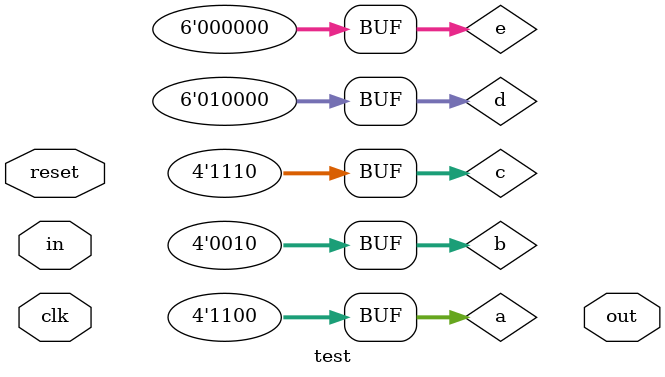
<source format=v>
module test(in, clk, reset, out);

input wire in;
input wire clk;
input wire reset;
output reg out;
reg signed [3:0] a;
reg signed [3:0] b;
reg signed [3:0] c;
reg [5:0] d;
reg [5:0] e;
always @(clk, reset) begin
    a[3:0] = -4;
    b[3:0] = 2;
    c[3:0] = -2;
    d[5:0] = -4;
    d[5:0] = 16;
    e[5:0] = 0;
end
endmodule

</source>
